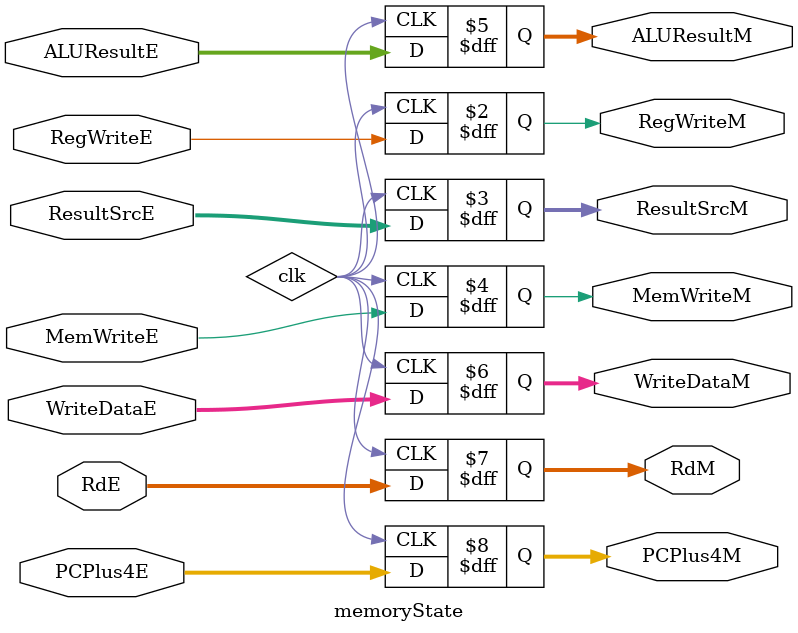
<source format=sv>
module memoryState #(
    parameter
    word_width = 32
) (
    input logic RegWriteE,
    input logic [1:0] ResultSrcE,
    input logic MemWriteE,
    input logic [word_width-1: 0] ALUResultE,
    input logic [word_width-1: 0] WriteDataE,
    input logic [4:0] RdE,
    input logic [word_width-1:0] PCPlus4E,

    output logic RegWriteM,
    output logic [1:0] ResultSrcM,
    output logic MemWriteM,
    output logic [word_width-1: 0] ALUResultM,
    output logic [word_width-1: 0] WriteDataM,
    output logic [4:0] RdM,
    output logic [word_width-1:0] PCPlus4M

);

always_ff @(posedge clk) begin
    RdM <= RdE;
    RegWriteM <= RegWriteE;
    MemWriteM <= MemWriteE; 
    ResultSrcM <= ResultSrcE;
    ALUResultM <= ALUResultE;
    WriteDataM <= WriteDataE;
    PCPlus4M <= PCPlus4E;

end


endmodule
</source>
